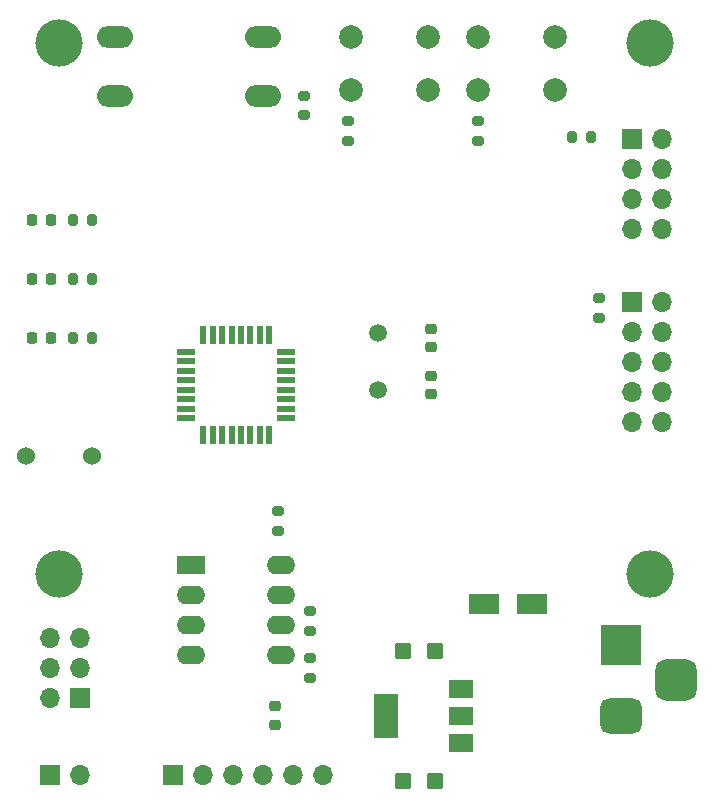
<source format=gbr>
%TF.GenerationSoftware,KiCad,Pcbnew,6.0.4-6f826c9f35~116~ubuntu21.10.1*%
%TF.CreationDate,2022-04-24T13:37:27+09:00*%
%TF.ProjectId,pcb,7063622e-6b69-4636-9164-5f7063625858,rev?*%
%TF.SameCoordinates,Original*%
%TF.FileFunction,Soldermask,Top*%
%TF.FilePolarity,Negative*%
%FSLAX46Y46*%
G04 Gerber Fmt 4.6, Leading zero omitted, Abs format (unit mm)*
G04 Created by KiCad (PCBNEW 6.0.4-6f826c9f35~116~ubuntu21.10.1) date 2022-04-24 13:37:27*
%MOMM*%
%LPD*%
G01*
G04 APERTURE LIST*
G04 Aperture macros list*
%AMRoundRect*
0 Rectangle with rounded corners*
0 $1 Rounding radius*
0 $2 $3 $4 $5 $6 $7 $8 $9 X,Y pos of 4 corners*
0 Add a 4 corners polygon primitive as box body*
4,1,4,$2,$3,$4,$5,$6,$7,$8,$9,$2,$3,0*
0 Add four circle primitives for the rounded corners*
1,1,$1+$1,$2,$3*
1,1,$1+$1,$4,$5*
1,1,$1+$1,$6,$7*
1,1,$1+$1,$8,$9*
0 Add four rect primitives between the rounded corners*
20,1,$1+$1,$2,$3,$4,$5,0*
20,1,$1+$1,$4,$5,$6,$7,0*
20,1,$1+$1,$6,$7,$8,$9,0*
20,1,$1+$1,$8,$9,$2,$3,0*%
G04 Aperture macros list end*
%ADD10RoundRect,0.200000X0.200000X0.275000X-0.200000X0.275000X-0.200000X-0.275000X0.200000X-0.275000X0*%
%ADD11R,1.700000X1.700000*%
%ADD12O,1.700000X1.700000*%
%ADD13R,1.600000X0.550000*%
%ADD14R,0.550000X1.600000*%
%ADD15C,4.000000*%
%ADD16RoundRect,0.250000X0.450000X0.425000X-0.450000X0.425000X-0.450000X-0.425000X0.450000X-0.425000X0*%
%ADD17R,3.500000X3.500000*%
%ADD18RoundRect,0.750000X1.000000X-0.750000X1.000000X0.750000X-1.000000X0.750000X-1.000000X-0.750000X0*%
%ADD19RoundRect,0.875000X0.875000X-0.875000X0.875000X0.875000X-0.875000X0.875000X-0.875000X-0.875000X0*%
%ADD20RoundRect,0.225000X0.250000X-0.225000X0.250000X0.225000X-0.250000X0.225000X-0.250000X-0.225000X0*%
%ADD21RoundRect,0.225000X-0.250000X0.225000X-0.250000X-0.225000X0.250000X-0.225000X0.250000X0.225000X0*%
%ADD22C,1.524000*%
%ADD23RoundRect,0.200000X0.275000X-0.200000X0.275000X0.200000X-0.275000X0.200000X-0.275000X-0.200000X0*%
%ADD24R,2.500000X1.800000*%
%ADD25C,2.000000*%
%ADD26RoundRect,0.218750X-0.218750X-0.256250X0.218750X-0.256250X0.218750X0.256250X-0.218750X0.256250X0*%
%ADD27O,3.048000X1.850000*%
%ADD28RoundRect,0.200000X-0.275000X0.200000X-0.275000X-0.200000X0.275000X-0.200000X0.275000X0.200000X0*%
%ADD29R,2.400000X1.600000*%
%ADD30O,2.400000X1.600000*%
%ADD31C,1.500000*%
%ADD32R,2.000000X1.500000*%
%ADD33R,2.000000X3.800000*%
G04 APERTURE END LIST*
D10*
%TO.C,R2*%
X74825000Y-26000000D03*
X73175000Y-26000000D03*
%TD*%
D11*
%TO.C,J_INNER1*%
X78290000Y-26175000D03*
D12*
X80830000Y-26175000D03*
X78290000Y-28715000D03*
X80830000Y-28715000D03*
X78290000Y-31255000D03*
X80830000Y-31255000D03*
X78290000Y-33795000D03*
X80830000Y-33795000D03*
%TD*%
D13*
%TO.C,U1*%
X49010000Y-49830000D03*
X49010000Y-49030000D03*
X49010000Y-48230000D03*
X49010000Y-47430000D03*
X49010000Y-46630000D03*
X49010000Y-45830000D03*
X49010000Y-45030000D03*
X49010000Y-44230000D03*
D14*
X47560000Y-42780000D03*
X46760000Y-42780000D03*
X45960000Y-42780000D03*
X45160000Y-42780000D03*
X44360000Y-42780000D03*
X43560000Y-42780000D03*
X42760000Y-42780000D03*
X41960000Y-42780000D03*
D13*
X40510000Y-44230000D03*
X40510000Y-45030000D03*
X40510000Y-45830000D03*
X40510000Y-46630000D03*
X40510000Y-47430000D03*
X40510000Y-48230000D03*
X40510000Y-49030000D03*
X40510000Y-49830000D03*
D14*
X41960000Y-51280000D03*
X42760000Y-51280000D03*
X43560000Y-51280000D03*
X44360000Y-51280000D03*
X45160000Y-51280000D03*
X45960000Y-51280000D03*
X46760000Y-51280000D03*
X47560000Y-51280000D03*
%TD*%
D15*
%TO.C,HOLE1*%
X29760000Y-18030000D03*
%TD*%
D16*
%TO.C,C5*%
X61610000Y-80530000D03*
X58910000Y-80530000D03*
%TD*%
D17*
%TO.C,POWER_JACK1*%
X77302500Y-69030000D03*
D18*
X77302500Y-75030000D03*
D19*
X82002500Y-72030000D03*
%TD*%
D10*
%TO.C,R9*%
X32585000Y-33030000D03*
X30935000Y-33030000D03*
%TD*%
D11*
%TO.C,J_UART1*%
X39410000Y-80030000D03*
D12*
X41950000Y-80030000D03*
X44490000Y-80030000D03*
X47030000Y-80030000D03*
X49570000Y-80030000D03*
X52110000Y-80030000D03*
%TD*%
D10*
%TO.C,R8*%
X32585000Y-38030000D03*
X30935000Y-38030000D03*
%TD*%
D20*
%TO.C,C2*%
X61260000Y-47805000D03*
X61260000Y-46255000D03*
%TD*%
D15*
%TO.C,HOLE3*%
X29760000Y-63030000D03*
%TD*%
D21*
%TO.C,C1*%
X48000000Y-74225000D03*
X48000000Y-75775000D03*
%TD*%
D22*
%TO.C,BZ1*%
X32560000Y-53030000D03*
X26960000Y-53030000D03*
%TD*%
D23*
%TO.C,R10*%
X51000000Y-71825000D03*
X51000000Y-70175000D03*
%TD*%
D15*
%TO.C,HOLE4*%
X79760000Y-63030000D03*
%TD*%
D24*
%TO.C,D1*%
X65760000Y-65530000D03*
X69760000Y-65530000D03*
%TD*%
D10*
%TO.C,R7*%
X32585000Y-43030000D03*
X30935000Y-43030000D03*
%TD*%
D25*
%TO.C,SW3*%
X54510000Y-22030000D03*
X61010000Y-22030000D03*
X61010000Y-17530000D03*
X54510000Y-17530000D03*
%TD*%
%TO.C,SW4*%
X65260000Y-22030000D03*
X71760000Y-22030000D03*
X71760000Y-17530000D03*
X65260000Y-17530000D03*
%TD*%
D26*
%TO.C,D2*%
X27472500Y-43030000D03*
X29047500Y-43030000D03*
%TD*%
D15*
%TO.C,HOLE2*%
X79760000Y-18030000D03*
%TD*%
D27*
%TO.C,SW2*%
X47000000Y-22530000D03*
X34500000Y-22530000D03*
X47000000Y-17530000D03*
X34500000Y-17530000D03*
%TD*%
D11*
%TO.C,SW1*%
X28985000Y-80030000D03*
D12*
X31525000Y-80030000D03*
%TD*%
D23*
%TO.C,R4*%
X50520000Y-24180000D03*
X50520000Y-22530000D03*
%TD*%
D11*
%TO.C,J_SPI1*%
X31535000Y-73530000D03*
D12*
X28995000Y-73530000D03*
X31535000Y-70990000D03*
X28995000Y-70990000D03*
X31535000Y-68450000D03*
X28995000Y-68450000D03*
%TD*%
D28*
%TO.C,R11*%
X51000000Y-66175000D03*
X51000000Y-67825000D03*
%TD*%
D23*
%TO.C,R6*%
X65260000Y-26355000D03*
X65260000Y-24705000D03*
%TD*%
%TO.C,R5*%
X54260000Y-26355000D03*
X54260000Y-24705000D03*
%TD*%
D29*
%TO.C,U3*%
X40960000Y-62230000D03*
D30*
X40960000Y-64770000D03*
X40960000Y-67310000D03*
X40960000Y-69850000D03*
X48580000Y-69850000D03*
X48580000Y-67310000D03*
X48580000Y-64770000D03*
X48580000Y-62230000D03*
%TD*%
D11*
%TO.C,J_OUTPUT1*%
X78290000Y-39955000D03*
D12*
X80830000Y-39955000D03*
X78290000Y-42495000D03*
X80830000Y-42495000D03*
X78290000Y-45035000D03*
X80830000Y-45035000D03*
X78290000Y-47575000D03*
X80830000Y-47575000D03*
X78290000Y-50115000D03*
X80830000Y-50115000D03*
%TD*%
D26*
%TO.C,D3*%
X27472500Y-38030000D03*
X29047500Y-38030000D03*
%TD*%
D28*
%TO.C,R3*%
X75500000Y-39675000D03*
X75500000Y-41325000D03*
%TD*%
D31*
%TO.C,Y1*%
X56760000Y-42580000D03*
X56760000Y-47460000D03*
%TD*%
D23*
%TO.C,R1*%
X48260000Y-59355000D03*
X48260000Y-57705000D03*
%TD*%
D16*
%TO.C,C4*%
X61610000Y-69530000D03*
X58910000Y-69530000D03*
%TD*%
D26*
%TO.C,D4*%
X27472500Y-33030000D03*
X29047500Y-33030000D03*
%TD*%
D32*
%TO.C,U2*%
X63760000Y-77330000D03*
D33*
X57460000Y-75030000D03*
D32*
X63760000Y-75030000D03*
X63760000Y-72730000D03*
%TD*%
D21*
%TO.C,C3*%
X61260000Y-42255000D03*
X61260000Y-43805000D03*
%TD*%
M02*

</source>
